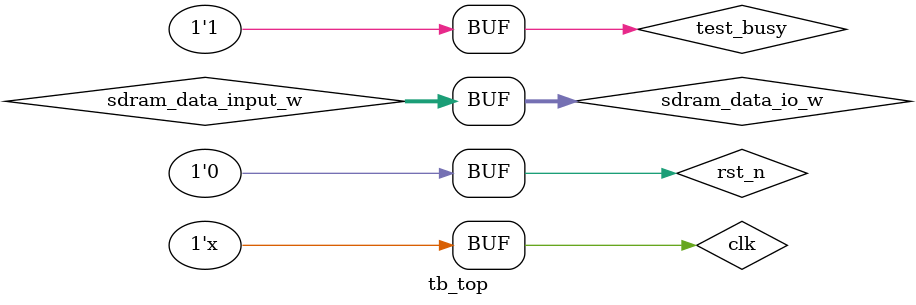
<source format=v>
/*+
 * Copyright (c) 2022-2024 Zhengde
 * 
 * All rights reserved.
 * 
 * Redistribution and use in source and binary forms, with or without
 * modification, are permitted provided that the following conditions are met:
 * 
 * 1 Redistributions of source code must retain the above copyright notice, this
 *   list of conditions and the following disclaimer.
 * 
 * 2 Redistributions in binary form must reproduce the above copyright notice,
 *   this list of conditions and the following disclaimer in the documentation
 *   and/or other materials provided with the distribution.
 * 
 * 3 Neither the name of the copyright holder nor the names of its
 *   contributors may be used to endorse or promote products derived from
 *   this software without specific prior written permission.
 * 
 * THIS SOFTWARE IS PROVIDED BY THE COPYRIGHT HOLDERS AND CONTRIBUTORS "AS IS"
 * AND ANY EXPRESS OR IMPLIED WARRANTIES, INCLUDING, BUT NOT LIMITED TO, THE
 * IMPLIED WARRANTIES OF MERCHANTABILITY AND FITNESS FOR A PARTICULAR PURPOSE ARE
 * DISCLAIMED. IN NO EVENT SHALL THE COPYRIGHT HOLDER OR CONTRIBUTORS BE LIABLE
 * FOR ANY DIRECT, INDIRECT, INCIDENTAL, SPECIAL, EXEMPLARY, OR CONSEQUENTIAL
 * DAMAGES (INCLUDING, BUT NOT LIMITED TO, PROCUREMENT OF SUBSTITUTE GOODS OR
 * SERVICES; LOSS OF USE, DATA, OR PROFITS; OR BUSINESS INTERRUPTION) HOWEVER
 * CAUSED AND ON ANY THEORY OF LIABILITY, WHETHER IN CONTRACT, STRICT LIABILITY,
 * OR TORT (INCLUDING NEGLIGENCE OR OTHERWISE) ARISING IN ANY WAY OUT OF THE USE
 * OF THIS SOFTWARE, EVEN IF ADVISED OF THE POSSIBILITY OF SUCH DAMAGE.
-*/

module tb_top;  
    //-----------------------------------------------------------------
    // Key Params
    //-----------------------------------------------------------------
    parameter SDRAM_MHZ             = 50;
    parameter SDRAM_ADDR_W          = 24;
    parameter SDRAM_COL_W           = 9;
    parameter SDRAM_READ_LATENCY    = 2;

    //--------------------------------------------------------------------
    // Clock / Reset Signals
    //--------------------------------------------------------------------
    localparam T_CLK   = 1000 / SDRAM_MHZ; //100MHz clock
    localparam QDELAY  = 0.1;

    reg clk   = 0;  
    reg rst_n = 0;

    always #(T_CLK/2) clk = ~clk;

    task reset;
    begin
        rst_n    = 0;
        #555 
        rst_n    = 1;
    end
    endtask     

    //--------------------------------------------------------------------
    // AXI Bus Master
    //--------------------------------------------------------------------
    wire           mst_awvalid_w ;  
    wire  [ 31:0]  mst_awaddr_w  ;   
    wire  [  3:0]  mst_awid_w    ;   
    wire  [  7:0]  mst_awlen_w   ;   
    wire  [  1:0]  mst_awburst_w ;  
    wire           mst_wvalid_w  ;   
    wire  [ 31:0]  mst_wdata_w   ;  
    wire  [  3:0]  mst_wstrb_w   ;  
    wire           mst_wlast_w   ;  
    wire           mst_bready_w  ;   
    wire           mst_arvalid_w ;    
    wire  [ 31:0]  mst_araddr_w  ;   
    wire  [  3:0]  mst_arid_w    ;   
    wire  [  7:0]  mst_arlen_w   ;  
    wire  [  1:0]  mst_arburst_w ;    
    wire           mst_rready_w  ;   
     
    wire           mst_awready_w ;   
    wire           mst_wready_w  ;  
    wire           mst_bvalid_w  ;  
    wire  [  1:0]  mst_bresp_w   ; 
    wire  [  3:0]  mst_bid_w     ;
    wire           mst_arready_w ;   
    wire           mst_rvalid_w  ;  
    wire  [ 31:0]  mst_rdata_w   ; 
    wire  [  1:0]  mst_rresp_w   ; 
    wire  [  3:0]  mst_rid_w     ; 
    wire           mst_rlast_w   ; 

    reg    test_busy = 1;

    axi4_master 
    #(
        .ID  (0)
    )
    u_axi4_master
    (
        .clk               (clk           ),
        .rst_n             (rst_n         ),
    
        .axi_awready_i     (mst_awready_w ),
        .axi_wready_i      (mst_wready_w  ),
        .axi_bvalid_i      (mst_bvalid_w  ),
        .axi_bresp_i       (mst_bresp_w   ),
        .axi_bid_i         (mst_bid_w     ),
        .axi_arready_i     (mst_arready_w ),
        .axi_rvalid_i      (mst_rvalid_w  ),
        .axi_rdata_i       (mst_rdata_w   ),
        .axi_rresp_i       (mst_rresp_w   ),
        .axi_rid_i         (mst_rid_w     ),
        .axi_rlast_i       (mst_rlast_w   ),
    
        .axi_awvalid_o     (mst_awvalid_w ),
        .axi_awaddr_o      (mst_awaddr_w  ),
        .axi_awid_o        (mst_awid_w    ),
        .axi_awlen_o       (mst_awlen_w   ),
        .axi_awburst_o     (mst_awburst_w ),
        .axi_wvalid_o      (mst_wvalid_w  ),
        .axi_wdata_o       (mst_wdata_w   ),
        .axi_wstrb_o       (mst_wstrb_w   ),
        .axi_wlast_o       (mst_wlast_w   ),
        .axi_bready_o      (mst_bready_w  ),
        .axi_arvalid_o     (mst_arvalid_w ),
        .axi_araddr_o      (mst_araddr_w  ),
        .axi_arid_o        (mst_arid_w    ),
        .axi_arlen_o       (mst_arlen_w   ),
        .axi_arburst_o     (mst_arburst_w ),
        .axi_rready_o      (mst_rready_w  ),
    
        .busy_i            (test_busy     )          
    );

    //-----------------------------------------------------------------
    // re-timing AXI busy signals then connect to sdram_axi
    //-----------------------------------------------------------------
    wire          slv_awvalid_w ;
    wire [ 31:0]  slv_awaddr_w  ;
    wire [  3:0]  slv_awid_w    ;
    wire [  7:0]  slv_awlen_w   ;
    wire [  1:0]  slv_awburst_w ;
    wire          slv_wvalid_w  ;
    wire [ 31:0]  slv_wdata_w   ;
    wire [  3:0]  slv_wstrb_w   ;
    wire          slv_wlast_w   ;
    wire          slv_bready_w  ;
    wire          slv_arvalid_w ;
    wire [ 31:0]  slv_araddr_w  ;
    wire [  3:0]  slv_arid_w    ;
    wire [  7:0]  slv_arlen_w   ;
    wire [  1:0]  slv_arburst_w ;
    wire          slv_rready_w  ;

    wire          slv_awready_w ;
    wire          slv_wready_w  ;
    wire          slv_bvalid_w  ;
    wire [  1:0]  slv_bresp_w   ;
    wire [  3:0]  slv_bid_w     ;
    wire          slv_arready_w ;
    wire          slv_rvalid_w  ;
    wire [ 31:0]  slv_rdata_w   ;
    wire [  1:0]  slv_rresp_w   ;
    wire [  3:0]  slv_rid_w     ;
    wire          slv_rlast_w   ;

    axi4_retime u_axi4_retime
    (
        // Inputs
        .clk               (clk           ),
        .rst_n             (rst_n         ),
        .inport_awvalid_i  (mst_awvalid_w ),
        .inport_awaddr_i   (mst_awaddr_w  ),
        .inport_awid_i     (mst_awid_w    ),
        .inport_awlen_i    (mst_awlen_w   ),
        .inport_awburst_i  (mst_awburst_w ),
        .inport_wvalid_i   (mst_wvalid_w  ),
        .inport_wdata_i    (mst_wdata_w   ),
        .inport_wstrb_i    (mst_wstrb_w   ),
        .inport_wlast_i    (mst_wlast_w   ),
        .inport_bready_i   (mst_bready_w  ),
        .inport_arvalid_i  (mst_arvalid_w ),
        .inport_araddr_i   (mst_araddr_w  ),
        .inport_arid_i     (mst_arid_w    ),
        .inport_arlen_i    (mst_arlen_w   ),
        .inport_arburst_i  (mst_arburst_w ),
        .inport_rready_i   (mst_rready_w  ),
        .outport_awready_i (slv_awready_w ),
        .outport_wready_i  (slv_wready_w  ),
        .outport_bvalid_i  (slv_bvalid_w  ),
        .outport_bresp_i   (slv_bresp_w   ),
        .outport_bid_i     (slv_bid_w     ),
        .outport_arready_i (slv_arready_w ),
        .outport_rvalid_i  (slv_rvalid_w  ),
        .outport_rdata_i   (slv_rdata_w   ),
        .outport_rresp_i   (slv_rresp_w   ),
        .outport_rid_i     (slv_rid_w     ),
        .outport_rlast_i   (slv_rlast_w   ),
    
        // Outputs
        .inport_awready_o  (mst_awready_w ),
        .inport_wready_o   (mst_wready_w  ),
        .inport_bvalid_o   (mst_bvalid_w  ),
        .inport_bresp_o    (mst_bresp_w   ),
        .inport_bid_o      (mst_bid_w     ),
        .inport_arready_o  (mst_arready_w ),
        .inport_rvalid_o   (mst_rvalid_w  ),
        .inport_rdata_o    (mst_rdata_w   ),
        .inport_rresp_o    (mst_rresp_w   ),
        .inport_rid_o      (mst_rid_w     ),
        .inport_rlast_o    (mst_rlast_w   ),
        .outport_awvalid_o (slv_awvalid_w ),
        .outport_awaddr_o  (slv_awaddr_w  ),
        .outport_awid_o    (slv_awid_w    ),
        .outport_awlen_o   (slv_awlen_w   ),
        .outport_awburst_o (slv_awburst_w ),
        .outport_wvalid_o  (slv_wvalid_w  ),
        .outport_wdata_o   (slv_wdata_w   ),
        .outport_wstrb_o   (slv_wstrb_w   ),
        .outport_wlast_o   (slv_wlast_w   ),
        .outport_bready_o  (slv_bready_w  ),
        .outport_arvalid_o (slv_arvalid_w ),
        .outport_araddr_o  (slv_araddr_w  ),
        .outport_arid_o    (slv_arid_w    ),
        .outport_arlen_o   (slv_arlen_w   ),
        .outport_arburst_o (slv_arburst_w ),
        .outport_rready_o  (slv_rready_w  )
    );

    //--------------------------------------------------------------------
    // Device Under Test--SDRAM AXI Top
    //--------------------------------------------------------------------
    wire [ 15:0]  sdram_data_input_w  ;
    wire          sdram_clk_w         ;
    wire          sdram_cke_w         ;
    wire          sdram_cs_w          ;
    wire          sdram_ras_w         ;
    wire          sdram_cas_w         ;
    wire          sdram_we_w          ;
    wire [  1:0]  sdram_dqm_w         ;
    wire [ 12:0]  sdram_addr_w        ;
    wire [  1:0]  sdram_ba_w          ;
    wire [ 15:0]  sdram_data_output_w ;
    wire          sdram_data_out_en_w ;

    sdram_axi 
    #(
        .SDRAM_MHZ             (SDRAM_MHZ          ),
        .SDRAM_ADDR_W          (SDRAM_ADDR_W       ),
        .SDRAM_COL_W           (SDRAM_COL_W        ),
        .SDRAM_READ_LATENCY    (SDRAM_READ_LATENCY )
    )
    u_sdram_axi
    (
        // Inputs
        .clk                 (clk                ),
        .rst_n               (rst_n              ),
        .inport_awvalid_i    (slv_awvalid_w      ),
        .inport_awaddr_i     (slv_awaddr_w       ),
        .inport_awid_i       (slv_awid_w         ),
        .inport_awlen_i      (slv_awlen_w        ),
        .inport_awburst_i    (slv_awburst_w      ),
        .inport_wvalid_i     (slv_wvalid_w       ),
        .inport_wdata_i      (slv_wdata_w        ),
        .inport_wstrb_i      (slv_wstrb_w        ),
        .inport_wlast_i      (slv_wlast_w        ),
        .inport_bready_i     (slv_bready_w       ),
        .inport_arvalid_i    (slv_arvalid_w      ),
        .inport_araddr_i     (slv_araddr_w       ),
        .inport_arid_i       (slv_arid_w         ),
        .inport_arlen_i      (slv_arlen_w        ),
        .inport_arburst_i    (slv_arburst_w      ),
        .inport_rready_i     (slv_rready_w       ),
        .sdram_data_input_i  (sdram_data_input_w ),
    
        // Outputs
        .inport_awready_o    (slv_awready_w      ), 
        .inport_wready_o     (slv_wready_w       ),
        .inport_bvalid_o     (slv_bvalid_w       ),
        .inport_bresp_o      (slv_bresp_w        ),
        .inport_bid_o        (slv_bid_w          ),
        .inport_arready_o    (slv_arready_w      ),
        .inport_rvalid_o     (slv_rvalid_w       ),
        .inport_rdata_o      (slv_rdata_w        ),
        .inport_rresp_o      (slv_rresp_w        ),
        .inport_rid_o        (slv_rid_w          ),
        .inport_rlast_o      (slv_rlast_w        ),
        .sdram_clk_o         (sdram_clk_w        ),
        .sdram_cke_o         (sdram_cke_w        ),
        .sdram_cs_o          (sdram_cs_w         ),
        .sdram_ras_o         (sdram_ras_w        ),
        .sdram_cas_o         (sdram_cas_w        ),
        .sdram_we_o          (sdram_we_w         ),
        .sdram_dqm_o         (sdram_dqm_w        ),
        .sdram_addr_o        (sdram_addr_w       ),
        .sdram_ba_o          (sdram_ba_w         ),
        .sdram_data_output_o (sdram_data_output_w),
        .sdram_data_out_en_o (sdram_data_out_en_w)
    );

    wire [ 15:0]  sdram_data_io_w = (sdram_data_out_en_w == 1'b1) ? sdram_data_output_w : 16'bz;
    assign        sdram_data_input_w = sdram_data_io_w;

    //--------------------------------------------------------------------
    // SDRAM Model
    //--------------------------------------------------------------------
    sdram_model 
    #(
        .SDRAM_MHZ             (SDRAM_MHZ          ),
        .SDRAM_ADDR_W          (SDRAM_ADDR_W       ),
        .SDRAM_COL_W           (SDRAM_COL_W        ),
        .SDRAM_READ_LATENCY    (SDRAM_READ_LATENCY )
    )
    u_sdram_model
    (
        .clk                (sdram_clk_w    ),
        .cke_i              (sdram_cke_w    ),
        .csb_i              (sdram_cs_w     ),
        .rasb_i             (sdram_ras_w    ),
        .casb_i             (sdram_cas_w    ),
        .web_i              (sdram_we_w     ),
        .dqm_i              (sdram_dqm_w    ),
        .addr_i             (sdram_addr_w   ),
        .ba_i               (sdram_ba_w     ),
        .dq_io              (sdram_data_io_w)
    );

endmodule

</source>
